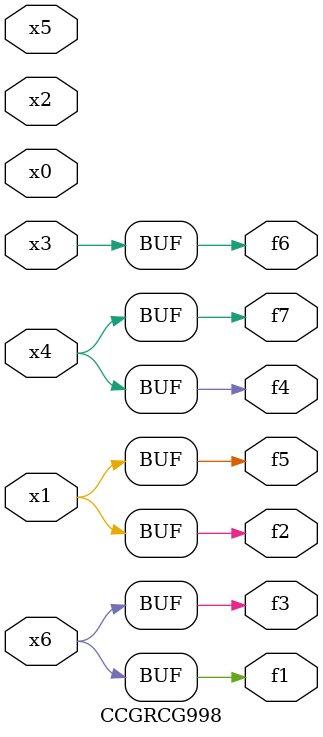
<source format=v>
module CCGRCG998(
	input x0, x1, x2, x3, x4, x5, x6,
	output f1, f2, f3, f4, f5, f6, f7
);
	assign f1 = x6;
	assign f2 = x1;
	assign f3 = x6;
	assign f4 = x4;
	assign f5 = x1;
	assign f6 = x3;
	assign f7 = x4;
endmodule

</source>
